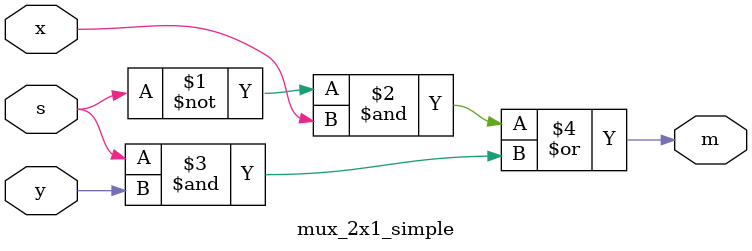
<source format=v>
`timescale 1ns / 1ps


module mux_2x1_simple(
    input x, y, s,
    output m
    );
    
    assign m = ~s & x | s & y;
endmodule

</source>
